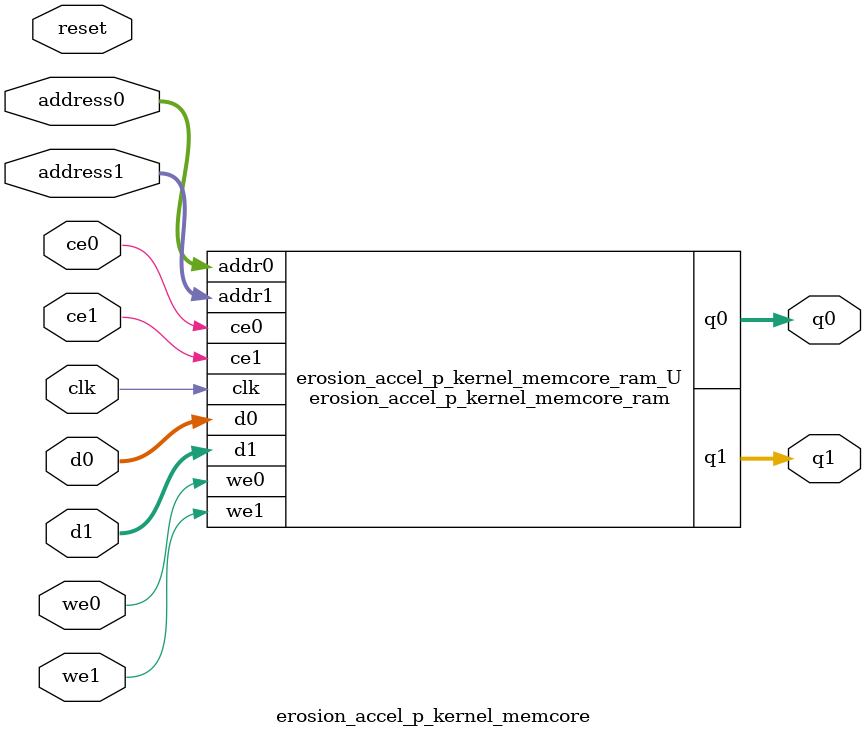
<source format=v>
`timescale 1 ns / 1 ps
module erosion_accel_p_kernel_memcore_ram (addr0, ce0, d0, we0, q0, addr1, ce1, d1, we1, q1,  clk);

parameter DWIDTH = 8;
parameter AWIDTH = 5;
parameter MEM_SIZE = 18;

input[AWIDTH-1:0] addr0;
input ce0;
input[DWIDTH-1:0] d0;
input we0;
output reg[DWIDTH-1:0] q0;
input[AWIDTH-1:0] addr1;
input ce1;
input[DWIDTH-1:0] d1;
input we1;
output reg[DWIDTH-1:0] q1;
input clk;

(* ram_style = "distributed" *)reg [DWIDTH-1:0] ram[0:MEM_SIZE-1];




always @(posedge clk)  
begin 
    if (ce0) begin
        if (we0) 
            ram[addr0] <= d0; 
        q0 <= ram[addr0];
    end
end


always @(posedge clk)  
begin 
    if (ce1) begin
        if (we1) 
            ram[addr1] <= d1; 
        q1 <= ram[addr1];
    end
end


endmodule

`timescale 1 ns / 1 ps
module erosion_accel_p_kernel_memcore(
    reset,
    clk,
    address0,
    ce0,
    we0,
    d0,
    q0,
    address1,
    ce1,
    we1,
    d1,
    q1);

parameter DataWidth = 32'd8;
parameter AddressRange = 32'd18;
parameter AddressWidth = 32'd5;
input reset;
input clk;
input[AddressWidth - 1:0] address0;
input ce0;
input we0;
input[DataWidth - 1:0] d0;
output[DataWidth - 1:0] q0;
input[AddressWidth - 1:0] address1;
input ce1;
input we1;
input[DataWidth - 1:0] d1;
output[DataWidth - 1:0] q1;



erosion_accel_p_kernel_memcore_ram erosion_accel_p_kernel_memcore_ram_U(
    .clk( clk ),
    .addr0( address0 ),
    .ce0( ce0 ),
    .we0( we0 ),
    .d0( d0 ),
    .q0( q0 ),
    .addr1( address1 ),
    .ce1( ce1 ),
    .we1( we1 ),
    .d1( d1 ),
    .q1( q1 ));

endmodule


</source>
